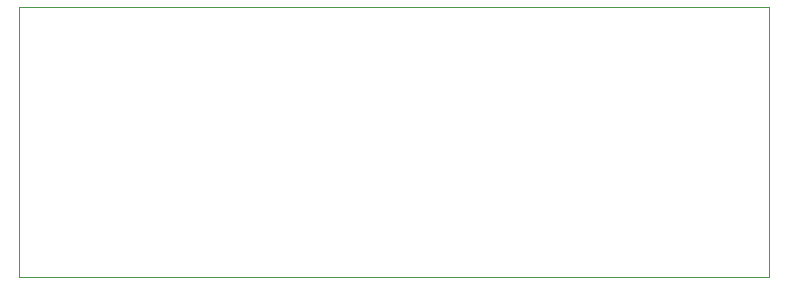
<source format=gbr>
G04 #@! TF.GenerationSoftware,KiCad,Pcbnew,5.1.5-52549c5~84~ubuntu18.04.1*
G04 #@! TF.CreationDate,2020-02-01T12:36:08+09:00*
G04 #@! TF.ProjectId,builtin,6275696c-7469-46e2-9e6b-696361645f70,rev?*
G04 #@! TF.SameCoordinates,Original*
G04 #@! TF.FileFunction,Profile,NP*
%FSLAX46Y46*%
G04 Gerber Fmt 4.6, Leading zero omitted, Abs format (unit mm)*
G04 Created by KiCad (PCBNEW 5.1.5-52549c5~84~ubuntu18.04.1) date 2020-02-01 12:36:08*
%MOMM*%
%LPD*%
G04 APERTURE LIST*
%ADD10C,0.050000*%
G04 APERTURE END LIST*
D10*
X0Y-22860000D02*
X63500000Y-22860000D01*
X0Y0D02*
X63500000Y0D01*
X63500000Y0D02*
X63500000Y-22860000D01*
X0Y0D02*
X0Y-22860000D01*
M02*

</source>
